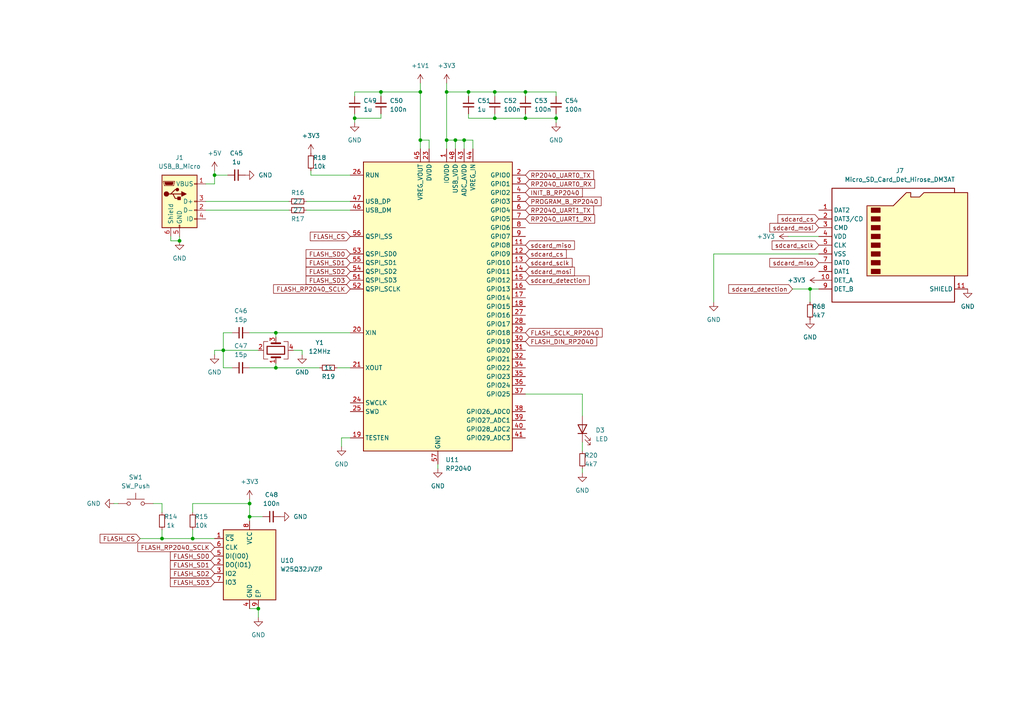
<source format=kicad_sch>
(kicad_sch (version 20231120) (generator "eeschema") (generator_version "8.0")
  (paper "A4")
  (lib_symbols
    (symbol "Connector:Micro_SD_Card_Det_Hirose_DM3AT"
      (property "Reference" "J" (at -16.51 17.78 0))
      (property "Value" "Micro_SD_Card_Det_Hirose_DM3AT" (at 16.51 17.78 0))
      (symbol "Micro_SD_Card_Det_Hirose_DM3AT_0_1"
        (rectangle (start -7.62 -6.985) (end -5.08 -8.255) (stroke (width 0.254)) (fill (type outline)))
        (rectangle (start -7.62 -4.445) (end -5.08 -5.715) (stroke (width 0.254)) (fill (type outline)))
        (rectangle (start -7.62 -1.905) (end -5.08 -3.175) (stroke (width 0.254)) (fill (type outline)))
        (rectangle (start -7.62 0.635) (end -5.08 -0.635) (stroke (width 0.254)) (fill (type outline)))
        (rectangle (start -7.62 3.175) (end -5.08 1.905) (stroke (width 0.254)) (fill (type outline)))
        (rectangle (start -7.62 5.715) (end -5.08 4.445) (stroke (width 0.254)) (fill (type outline)))
        (rectangle (start -7.62 8.255) (end -5.08 6.985) (stroke (width 0.254)) (fill (type outline)))
        (rectangle (start -7.62 10.795) (end -5.08 9.525) (stroke (width 0.254)) (fill (type outline)))
        (polyline (pts (xy 16.51 15.24) (xy 16.51 16.51) (xy -19.05 16.51) (xy -19.05 -16.51) (xy 16.51 -16.51) (xy 16.51 -8.89)) (stroke (width 0.254)))
        (polyline (pts (xy -8.89 -8.89) (xy -8.89 11.43) (xy -1.27 11.43) (xy 2.54 15.24) (xy 3.81 15.24) (xy 3.81 13.97) (xy 6.35 13.97) (xy 7.62 15.24) (xy 20.32 15.24) (xy 20.32 -8.89) (xy -8.89 -8.89)) (stroke (width 0.254)) (fill (type background)))
      )
      (symbol "Micro_SD_Card_Det_Hirose_DM3AT_1_1"
        (pin bidirectional line (at -22.86 10.16 0) (length 3.81) (name "DAT2") (number "1"))
        (pin passive line (at -22.86 -10.16 0) (length 3.81) (name "DET_A") (number "10"))
        (pin passive line (at 20.32 -12.7 180) (length 3.81) (name "SHIELD") (number "11"))
        (pin bidirectional line (at -22.86 7.62 0) (length 3.81) (name "DAT3/CD") (number "2"))
        (pin input line (at -22.86 5.08 0) (length 3.81) (name "CMD") (number "3"))
        (pin power_in line (at -22.86 2.54 0) (length 3.81) (name "VDD") (number "4"))
        (pin input line (at -22.86 0 0) (length 3.81) (name "CLK") (number "5"))
        (pin power_in line (at -22.86 -2.54 0) (length 3.81) (name "VSS") (number "6"))
        (pin bidirectional line (at -22.86 -5.08 0) (length 3.81) (name "DAT0") (number "7"))
        (pin bidirectional line (at -22.86 -7.62 0) (length 3.81) (name "DAT1") (number "8"))
        (pin passive line (at -22.86 -12.7 0) (length 3.81) (name "DET_B") (number "9"))
      )
    )
    (symbol "Connector:USB_B_Micro" (pin_names (offset 1.016))
      (property "Reference" "J" (at -5.08 11.43 0))
      (property "Value" "USB_B_Micro" (at -5.08 8.89 0))
      (symbol "USB_B_Micro_0_1"
        (rectangle (start -5.08 -7.62) (end 5.08 7.62) (stroke (width 0.254)) (fill (type background)))
        (circle (center -3.81 2.159) (radius 0.635) (stroke (width 0.254)) (fill (type outline)))
        (circle (center -0.635 3.429) (radius 0.381) (stroke (width 0.254)) (fill (type outline)))
        (rectangle (start -0.127 -7.62) (end 0.127 -6.858))
        (polyline (pts (xy -1.905 2.159) (xy 0.635 2.159)) (stroke (width 0.254)))
        (polyline (pts (xy -3.175 2.159) (xy -2.54 2.159) (xy -1.27 3.429) (xy -0.635 3.429)) (stroke (width 0.254)))
        (polyline (pts (xy -2.54 2.159) (xy -1.905 2.159) (xy -1.27 0.889) (xy 0 0.889)) (stroke (width 0.254)))
        (polyline (pts (xy 0.635 2.794) (xy 0.635 1.524) (xy 1.905 2.159) (xy 0.635 2.794)) (stroke (width 0.254)) (fill (type outline)))
        (polyline (pts (xy -4.318 5.588) (xy -1.778 5.588) (xy -2.032 4.826) (xy -4.064 4.826) (xy -4.318 5.588)) (fill (type outline)))
        (polyline (pts (xy -4.699 5.842) (xy -4.699 5.588) (xy -4.445 4.826) (xy -4.445 4.572) (xy -1.651 4.572) (xy -1.651 4.826) (xy -1.397 5.588) (xy -1.397 5.842) (xy -4.699 5.842)))
        (rectangle (start 0.254 1.27) (end -0.508 0.508) (stroke (width 0.254)) (fill (type outline)))
        (rectangle (start 5.08 -5.207) (end 4.318 -4.953))
        (rectangle (start 5.08 -2.667) (end 4.318 -2.413))
        (rectangle (start 5.08 -0.127) (end 4.318 0.127))
        (rectangle (start 5.08 4.953) (end 4.318 5.207))
      )
      (symbol "USB_B_Micro_1_1"
        (pin power_out line (at 7.62 5.08 180) (length 2.54) (name "VBUS") (number "1"))
        (pin bidirectional line (at 7.62 -2.54 180) (length 2.54) (name "D-") (number "2"))
        (pin bidirectional line (at 7.62 0 180) (length 2.54) (name "D+") (number "3"))
        (pin passive line (at 7.62 -5.08 180) (length 2.54) (name "ID") (number "4"))
        (pin power_out line (at 0 -10.16 90) (length 2.54) (name "GND") (number "5"))
        (pin passive line (at -2.54 -10.16 90) (length 2.54) (name "Shield") (number "6"))
      )
    )
    (symbol "Device:C_Small" (pin_numbers hide) (pin_names (offset 0.254) hide)
      (property "Reference" "C" (at 0.254 1.778 0))
      (property "Value" "C_Small" (at 0.254 -2.032 0))
      (symbol "C_Small_0_1"
        (polyline (pts (xy -1.524 -0.508) (xy 1.524 -0.508)) (stroke (width 0.3302)))
        (polyline (pts (xy -1.524 0.508) (xy 1.524 0.508)) (stroke (width 0.3048)))
      )
      (symbol "C_Small_1_1"
        (pin passive line (at 0 2.54 270) (length 2.032) (name "~") (number "1"))
        (pin passive line (at 0 -2.54 90) (length 2.032) (name "~") (number "2"))
      )
    )
    (symbol "Device:Crystal_GND24" (pin_names (offset 1.016) hide)
      (property "Reference" "Y" (at 3.175 5.08 0))
      (property "Value" "Crystal_GND24" (at 3.175 3.175 0))
      (symbol "Crystal_GND24_0_1"
        (rectangle (start -1.143 2.54) (end 1.143 -2.54) (stroke (width 0.3048)))
        (polyline (pts (xy -2.54 0) (xy -2.032 0)))
        (polyline (pts (xy -2.032 -1.27) (xy -2.032 1.27)) (stroke (width 0.508)))
        (polyline (pts (xy 0 -3.81) (xy 0 -3.556)))
        (polyline (pts (xy 0 3.556) (xy 0 3.81)))
        (polyline (pts (xy 2.032 -1.27) (xy 2.032 1.27)) (stroke (width 0.508)))
        (polyline (pts (xy 2.032 0) (xy 2.54 0)))
        (polyline (pts (xy -2.54 -2.286) (xy -2.54 -3.556) (xy 2.54 -3.556) (xy 2.54 -2.286)))
        (polyline (pts (xy -2.54 2.286) (xy -2.54 3.556) (xy 2.54 3.556) (xy 2.54 2.286)))
      )
      (symbol "Crystal_GND24_1_1"
        (pin passive line (at -3.81 0 0) (length 1.27) (name "1") (number "1"))
        (pin passive line (at 0 5.08 270) (length 1.27) (name "2") (number "2"))
        (pin passive line (at 3.81 0 180) (length 1.27) (name "3") (number "3"))
        (pin passive line (at 0 -5.08 90) (length 1.27) (name "4") (number "4"))
      )
    )
    (symbol "Device:LED" (pin_numbers hide) (pin_names (offset 1.016) hide)
      (property "Reference" "D" (at 0 2.54 0))
      (property "Value" "LED" (at 0 -2.54 0))
      (symbol "LED_0_1"
        (polyline (pts (xy -1.27 -1.27) (xy -1.27 1.27)) (stroke (width 0.254)))
        (polyline (pts (xy -1.27 0) (xy 1.27 0)))
        (polyline (pts (xy 1.27 -1.27) (xy 1.27 1.27) (xy -1.27 0) (xy 1.27 -1.27)) (stroke (width 0.254)))
        (polyline (pts (xy -3.048 -0.762) (xy -4.572 -2.286) (xy -3.81 -2.286) (xy -4.572 -2.286) (xy -4.572 -1.524)))
        (polyline (pts (xy -1.778 -0.762) (xy -3.302 -2.286) (xy -2.54 -2.286) (xy -3.302 -2.286) (xy -3.302 -1.524)))
      )
      (symbol "LED_1_1"
        (pin passive line (at -3.81 0 0) (length 2.54) (name "K") (number "1"))
        (pin passive line (at 3.81 0 180) (length 2.54) (name "A") (number "2"))
      )
    )
    (symbol "Device:R_Small" (pin_numbers hide) (pin_names (offset 0.254) hide)
      (property "Reference" "R" (at 0.762 0.508 0))
      (property "Value" "R_Small" (at 0.762 -1.016 0))
      (symbol "R_Small_0_1"
        (rectangle (start -0.762 1.778) (end 0.762 -1.778) (stroke (width 0.2032)))
      )
      (symbol "R_Small_1_1"
        (pin passive line (at 0 2.54 270) (length 0.762) (name "~") (number "1"))
        (pin passive line (at 0 -2.54 90) (length 0.762) (name "~") (number "2"))
      )
    )
    (symbol "MCU_RaspberryPi:RP2040"
      (property "Reference" "U" (at 17.78 45.72 0))
      (property "Value" "RP2040" (at 17.78 43.18 0))
      (symbol "RP2040_0_1"
        (rectangle (start -21.59 41.91) (end 21.59 -41.91) (stroke (width 0.254)) (fill (type background)))
      )
      (symbol "RP2040_1_1"
        (pin power_in line (at 2.54 45.72 270) (length 3.81) (name "IOVDD") (number "1"))
        (pin passive line (at 2.54 45.72 270) (length 3.81) hide (name "IOVDD") (number "10"))
        (pin bidirectional line (at 25.4 17.78 180) (length 3.81) (name "GPIO8") (number "11"))
        (pin bidirectional line (at 25.4 15.24 180) (length 3.81) (name "GPIO9") (number "12"))
        (pin bidirectional line (at 25.4 12.7 180) (length 3.81) (name "GPIO10") (number "13"))
        (pin bidirectional line (at 25.4 10.16 180) (length 3.81) (name "GPIO11") (number "14"))
        (pin bidirectional line (at 25.4 7.62 180) (length 3.81) (name "GPIO12") (number "15"))
        (pin bidirectional line (at 25.4 5.08 180) (length 3.81) (name "GPIO13") (number "16"))
        (pin bidirectional line (at 25.4 2.54 180) (length 3.81) (name "GPIO14") (number "17"))
        (pin bidirectional line (at 25.4 0 180) (length 3.81) (name "GPIO15") (number "18"))
        (pin input line (at -25.4 -38.1 0) (length 3.81) (name "TESTEN") (number "19"))
        (pin bidirectional line (at 25.4 38.1 180) (length 3.81) (name "GPIO0") (number "2"))
        (pin input line (at -25.4 -7.62 0) (length 3.81) (name "XIN") (number "20"))
        (pin passive line (at -25.4 -17.78 0) (length 3.81) (name "XOUT") (number "21"))
        (pin passive line (at 2.54 45.72 270) (length 3.81) hide (name "IOVDD") (number "22"))
        (pin power_in line (at -2.54 45.72 270) (length 3.81) (name "DVDD") (number "23"))
        (pin input line (at -25.4 -27.94 0) (length 3.81) (name "SWCLK") (number "24"))
        (pin bidirectional line (at -25.4 -30.48 0) (length 3.81) (name "SWD") (number "25"))
        (pin input line (at -25.4 38.1 0) (length 3.81) (name "RUN") (number "26"))
        (pin bidirectional line (at 25.4 -2.54 180) (length 3.81) (name "GPIO16") (number "27"))
        (pin bidirectional line (at 25.4 -5.08 180) (length 3.81) (name "GPIO17") (number "28"))
        (pin bidirectional line (at 25.4 -7.62 180) (length 3.81) (name "GPIO18") (number "29"))
        (pin bidirectional line (at 25.4 35.56 180) (length 3.81) (name "GPIO1") (number "3"))
        (pin bidirectional line (at 25.4 -10.16 180) (length 3.81) (name "GPIO19") (number "30"))
        (pin bidirectional line (at 25.4 -12.7 180) (length 3.81) (name "GPIO20") (number "31"))
        (pin bidirectional line (at 25.4 -15.24 180) (length 3.81) (name "GPIO21") (number "32"))
        (pin passive line (at 2.54 45.72 270) (length 3.81) hide (name "IOVDD") (number "33"))
        (pin bidirectional line (at 25.4 -17.78 180) (length 3.81) (name "GPIO22") (number "34"))
        (pin bidirectional line (at 25.4 -20.32 180) (length 3.81) (name "GPIO23") (number "35"))
        (pin bidirectional line (at 25.4 -22.86 180) (length 3.81) (name "GPIO24") (number "36"))
        (pin bidirectional line (at 25.4 -25.4 180) (length 3.81) (name "GPIO25") (number "37"))
        (pin bidirectional line (at 25.4 -30.48 180) (length 3.81) (name "GPIO26_ADC0") (number "38"))
        (pin bidirectional line (at 25.4 -33.02 180) (length 3.81) (name "GPIO27_ADC1") (number "39"))
        (pin bidirectional line (at 25.4 33.02 180) (length 3.81) (name "GPIO2") (number "4"))
        (pin bidirectional line (at 25.4 -35.56 180) (length 3.81) (name "GPIO28_ADC2") (number "40"))
        (pin bidirectional line (at 25.4 -38.1 180) (length 3.81) (name "GPIO29_ADC3") (number "41"))
        (pin passive line (at 2.54 45.72 270) (length 3.81) hide (name "IOVDD") (number "42"))
        (pin power_in line (at 7.62 45.72 270) (length 3.81) (name "ADC_AVDD") (number "43"))
        (pin power_in line (at 10.16 45.72 270) (length 3.81) (name "VREG_IN") (number "44"))
        (pin power_out line (at -5.08 45.72 270) (length 3.81) (name "VREG_VOUT") (number "45"))
        (pin bidirectional line (at -25.4 27.94 0) (length 3.81) (name "USB_DM") (number "46"))
        (pin bidirectional line (at -25.4 30.48 0) (length 3.81) (name "USB_DP") (number "47"))
        (pin power_in line (at 5.08 45.72 270) (length 3.81) (name "USB_VDD") (number "48"))
        (pin passive line (at 2.54 45.72 270) (length 3.81) hide (name "IOVDD") (number "49"))
        (pin bidirectional line (at 25.4 30.48 180) (length 3.81) (name "GPIO3") (number "5"))
        (pin passive line (at -2.54 45.72 270) (length 3.81) hide (name "DVDD") (number "50"))
        (pin bidirectional line (at -25.4 7.62 0) (length 3.81) (name "QSPI_SD3") (number "51"))
        (pin output line (at -25.4 5.08 0) (length 3.81) (name "QSPI_SCLK") (number "52"))
        (pin bidirectional line (at -25.4 15.24 0) (length 3.81) (name "QSPI_SD0") (number "53"))
        (pin bidirectional line (at -25.4 10.16 0) (length 3.81) (name "QSPI_SD2") (number "54"))
        (pin bidirectional line (at -25.4 12.7 0) (length 3.81) (name "QSPI_SD1") (number "55"))
        (pin bidirectional line (at -25.4 20.32 0) (length 3.81) (name "QSPI_SS") (number "56"))
        (pin power_in line (at 0 -45.72 90) (length 3.81) (name "GND") (number "57"))
        (pin bidirectional line (at 25.4 27.94 180) (length 3.81) (name "GPIO4") (number "6"))
        (pin bidirectional line (at 25.4 25.4 180) (length 3.81) (name "GPIO5") (number "7"))
        (pin bidirectional line (at 25.4 22.86 180) (length 3.81) (name "GPIO6") (number "8"))
        (pin bidirectional line (at 25.4 20.32 180) (length 3.81) (name "GPIO7") (number "9"))
      )
    )
    (symbol "Memory_Flash:W25Q32JVZP"
      (property "Reference" "U" (at -6.35 11.43 0))
      (property "Value" "W25Q32JVZP" (at 7.62 11.43 0))
      (symbol "W25Q32JVZP_0_1"
        (rectangle (start -7.62 10.16) (end 7.62 -10.16) (stroke (width 0.254)) (fill (type background)))
      )
      (symbol "W25Q32JVZP_1_1"
        (pin input line (at -10.16 7.62 0) (length 2.54) (name "~{CS}") (number "1"))
        (pin bidirectional line (at -10.16 0 0) (length 2.54) (name "DO(IO1)") (number "2"))
        (pin bidirectional line (at -10.16 -2.54 0) (length 2.54) (name "IO2") (number "3"))
        (pin power_in line (at 0 -12.7 90) (length 2.54) (name "GND") (number "4"))
        (pin bidirectional line (at -10.16 2.54 0) (length 2.54) (name "DI(IO0)") (number "5"))
        (pin input line (at -10.16 5.08 0) (length 2.54) (name "CLK") (number "6"))
        (pin bidirectional line (at -10.16 -5.08 0) (length 2.54) (name "IO3") (number "7"))
        (pin power_in line (at 0 12.7 270) (length 2.54) (name "VCC") (number "8"))
        (pin passive line (at 2.54 -12.7 90) (length 2.54) (name "EP") (number "9"))
      )
    )
    (symbol "Switch:SW_Push" (pin_numbers hide) (pin_names (offset 1.016) hide)
      (property "Reference" "SW" (at 1.27 2.54 0))
      (property "Value" "SW_Push" (at 0 -1.524 0))
      (symbol "SW_Push_0_1"
        (circle (center -2.032 0) (radius 0.508))
        (polyline (pts (xy 0 1.27) (xy 0 3.048)))
        (polyline (pts (xy 2.54 1.27) (xy -2.54 1.27)))
        (circle (center 2.032 0) (radius 0.508))
        (pin passive line (at -5.08 0 0) (length 2.54) (name "1") (number "1"))
        (pin passive line (at 5.08 0 180) (length 2.54) (name "2") (number "2"))
      )
    )
    (symbol "power:+1V1" (power) (pin_names (offset 0))
      (property "Value" "+1V1" (at 0 3.556 0))
      (symbol "+1V1_0_1"
        (polyline (pts (xy -0.762 1.27) (xy 0 2.54)))
        (polyline (pts (xy 0 0) (xy 0 2.54)))
        (polyline (pts (xy 0 2.54) (xy 0.762 1.27)))
      )
      (symbol "+1V1_1_1"
        (pin power_in line (at 0 0 90) (length 0) hide (name "+1V1") (number "1"))
      )
    )
    (symbol "power:+3V3" (power) (pin_names (offset 0))
      (property "Value" "+3V3" (at 0 3.556 0))
      (symbol "+3V3_0_1"
        (polyline (pts (xy -0.762 1.27) (xy 0 2.54)))
        (polyline (pts (xy 0 0) (xy 0 2.54)))
        (polyline (pts (xy 0 2.54) (xy 0.762 1.27)))
      )
      (symbol "+3V3_1_1"
        (pin power_in line (at 0 0 90) (length 0) hide (name "+3V3") (number "1"))
      )
    )
    (symbol "power:+5V" (power) (pin_names (offset 0))
      (property "Value" "+5V" (at 0 3.556 0))
      (symbol "+5V_0_1"
        (polyline (pts (xy -0.762 1.27) (xy 0 2.54)))
        (polyline (pts (xy 0 0) (xy 0 2.54)))
        (polyline (pts (xy 0 2.54) (xy 0.762 1.27)))
      )
      (symbol "+5V_1_1"
        (pin power_in line (at 0 0 90) (length 0) hide (name "+5V") (number "1"))
      )
    )
    (symbol "power:GND" (power) (pin_names (offset 0))
      (property "Value" "GND" (at 0 -3.81 0))
      (symbol "GND_0_1"
        (polyline (pts (xy 0 0) (xy 0 -1.27) (xy 1.27 -1.27) (xy 0 -2.54) (xy -1.27 -1.27) (xy 0 -1.27)))
      )
      (symbol "GND_1_1"
        (pin power_in line (at 0 0 270) (length 0) hide (name "GND") (number "1"))
      )
    )
  )
  (junction (at 135.89 26.67))
  (junction (at 102.87 34.29))
  (junction (at 152.4 34.29))
  (junction (at 129.54 40.64))
  (junction (at 64.77 101.6))
  (junction (at 55.88 156.21))
  (junction (at 129.54 26.67))
  (junction (at 121.92 40.64))
  (junction (at 132.08 40.64))
  (junction (at 72.39 146.05))
  (junction (at 234.95 83.82))
  (junction (at 143.51 34.29))
  (junction (at 161.29 34.29))
  (junction (at 143.51 26.67))
  (junction (at 46.99 156.21))
  (junction (at 52.07 69.85))
  (junction (at 121.92 26.67))
  (junction (at 62.23 50.8))
  (junction (at 74.93 176.53))
  (junction (at 72.39 149.86))
  (junction (at 134.62 40.64))
  (junction (at 110.49 26.67))
  (junction (at 80.01 106.68))
  (junction (at 152.4 26.67))
  (junction (at 80.01 96.52))
  (wire (pts (xy 129.54 26.67) (xy 129.54 40.64)))
  (wire (pts (xy 168.91 128.27) (xy 168.91 130.81)))
  (wire (pts (xy 72.39 106.68) (xy 80.01 106.68)))
  (wire (pts (xy 62.23 50.8) (xy 62.23 53.34)))
  (wire (pts (xy 59.69 60.96) (xy 83.82 60.96)))
  (wire (pts (xy 152.4 114.3) (xy 168.91 114.3)))
  (wire (pts (xy 49.53 69.85) (xy 52.07 69.85)))
  (wire (pts (xy 237.49 83.82) (xy 234.95 83.82)))
  (wire (pts (xy 207.01 73.66) (xy 237.49 73.66)))
  (wire (pts (xy 80.01 97.79) (xy 80.01 96.52)))
  (wire (pts (xy 55.88 153.67) (xy 55.88 156.21)))
  (wire (pts (xy 59.69 53.34) (xy 62.23 53.34)))
  (wire (pts (xy 88.9 58.42) (xy 101.6 58.42)))
  (wire (pts (xy 161.29 34.29) (xy 161.29 35.56)))
  (wire (pts (xy 99.06 129.54) (xy 99.06 127)))
  (wire (pts (xy 72.39 176.53) (xy 74.93 176.53)))
  (wire (pts (xy 143.51 26.67) (xy 143.51 27.94)))
  (wire (pts (xy 33.02 146.05) (xy 34.29 146.05)))
  (wire (pts (xy 55.88 146.05) (xy 72.39 146.05)))
  (wire (pts (xy 55.88 148.59) (xy 55.88 146.05)))
  (wire (pts (xy 134.62 40.64) (xy 137.16 40.64)))
  (wire (pts (xy 132.08 43.18) (xy 132.08 40.64)))
  (wire (pts (xy 228.6 68.58) (xy 237.49 68.58)))
  (wire (pts (xy 129.54 24.13) (xy 129.54 26.67)))
  (wire (pts (xy 59.69 58.42) (xy 83.82 58.42)))
  (wire (pts (xy 129.54 26.67) (xy 135.89 26.67)))
  (wire (pts (xy 72.39 149.86) (xy 76.2 149.86)))
  (wire (pts (xy 46.99 156.21) (xy 55.88 156.21)))
  (wire (pts (xy 72.39 146.05) (xy 72.39 149.86)))
  (wire (pts (xy 152.4 34.29) (xy 161.29 34.29)))
  (wire (pts (xy 132.08 40.64) (xy 134.62 40.64)))
  (wire (pts (xy 135.89 34.29) (xy 143.51 34.29)))
  (wire (pts (xy 90.17 50.8) (xy 101.6 50.8)))
  (wire (pts (xy 80.01 106.68) (xy 80.01 105.41)))
  (wire (pts (xy 62.23 102.87) (xy 62.23 101.6)))
  (wire (pts (xy 102.87 34.29) (xy 110.49 34.29)))
  (wire (pts (xy 88.9 60.96) (xy 101.6 60.96)))
  (wire (pts (xy 135.89 26.67) (xy 143.51 26.67)))
  (wire (pts (xy 124.46 43.18) (xy 124.46 40.64)))
  (wire (pts (xy 121.92 24.13) (xy 121.92 26.67)))
  (wire (pts (xy 124.46 40.64) (xy 121.92 40.64)))
  (wire (pts (xy 127 134.62) (xy 127 135.89)))
  (wire (pts (xy 152.4 26.67) (xy 161.29 26.67)))
  (wire (pts (xy 102.87 27.94) (xy 102.87 26.67)))
  (wire (pts (xy 137.16 43.18) (xy 137.16 40.64)))
  (wire (pts (xy 135.89 27.94) (xy 135.89 26.67)))
  (wire (pts (xy 80.01 96.52) (xy 72.39 96.52)))
  (wire (pts (xy 161.29 27.94) (xy 161.29 26.67)))
  (wire (pts (xy 134.62 43.18) (xy 134.62 40.64)))
  (wire (pts (xy 99.06 127) (xy 101.6 127)))
  (wire (pts (xy 80.01 96.52) (xy 101.6 96.52)))
  (wire (pts (xy 90.17 49.53) (xy 90.17 50.8)))
  (wire (pts (xy 161.29 33.02) (xy 161.29 34.29)))
  (wire (pts (xy 229.87 83.82) (xy 234.95 83.82)))
  (wire (pts (xy 168.91 114.3) (xy 168.91 120.65)))
  (wire (pts (xy 49.53 68.58) (xy 49.53 69.85)))
  (wire (pts (xy 143.51 26.67) (xy 152.4 26.67)))
  (wire (pts (xy 52.07 68.58) (xy 52.07 69.85)))
  (wire (pts (xy 102.87 26.67) (xy 110.49 26.67)))
  (wire (pts (xy 152.4 33.02) (xy 152.4 34.29)))
  (wire (pts (xy 234.95 83.82) (xy 234.95 87.63)))
  (wire (pts (xy 168.91 135.89) (xy 168.91 137.16)))
  (wire (pts (xy 85.09 101.6) (xy 87.63 101.6)))
  (wire (pts (xy 62.23 101.6) (xy 64.77 101.6)))
  (wire (pts (xy 152.4 26.67) (xy 152.4 27.94)))
  (wire (pts (xy 121.92 26.67) (xy 121.92 40.64)))
  (wire (pts (xy 129.54 40.64) (xy 132.08 40.64)))
  (wire (pts (xy 62.23 49.53) (xy 62.23 50.8)))
  (wire (pts (xy 74.93 101.6) (xy 64.77 101.6)))
  (wire (pts (xy 102.87 34.29) (xy 102.87 35.56)))
  (wire (pts (xy 110.49 26.67) (xy 121.92 26.67)))
  (wire (pts (xy 121.92 40.64) (xy 121.92 43.18)))
  (wire (pts (xy 143.51 34.29) (xy 152.4 34.29)))
  (wire (pts (xy 135.89 33.02) (xy 135.89 34.29)))
  (wire (pts (xy 44.45 146.05) (xy 46.99 146.05)))
  (wire (pts (xy 46.99 153.67) (xy 46.99 156.21)))
  (wire (pts (xy 46.99 148.59) (xy 46.99 146.05)))
  (wire (pts (xy 62.23 50.8) (xy 66.04 50.8)))
  (wire (pts (xy 97.79 106.68) (xy 101.6 106.68)))
  (wire (pts (xy 80.01 106.68) (xy 92.71 106.68)))
  (wire (pts (xy 67.31 106.68) (xy 64.77 106.68)))
  (wire (pts (xy 40.64 156.21) (xy 46.99 156.21)))
  (wire (pts (xy 74.93 176.53) (xy 74.93 179.07)))
  (wire (pts (xy 87.63 102.87) (xy 87.63 101.6)))
  (wire (pts (xy 55.88 156.21) (xy 62.23 156.21)))
  (wire (pts (xy 72.39 144.78) (xy 72.39 146.05)))
  (wire (pts (xy 110.49 26.67) (xy 110.49 27.94)))
  (wire (pts (xy 207.01 73.66) (xy 207.01 87.63)))
  (wire (pts (xy 143.51 33.02) (xy 143.51 34.29)))
  (wire (pts (xy 64.77 96.52) (xy 67.31 96.52)))
  (wire (pts (xy 72.39 149.86) (xy 72.39 151.13)))
  (wire (pts (xy 102.87 33.02) (xy 102.87 34.29)))
  (wire (pts (xy 64.77 106.68) (xy 64.77 101.6)))
  (wire (pts (xy 129.54 40.64) (xy 129.54 43.18)))
  (wire (pts (xy 64.77 101.6) (xy 64.77 96.52)))
  (wire (pts (xy 110.49 33.02) (xy 110.49 34.29)))
  (global_label "FLASH_CS" (shape input) (at 101.6 68.58 180) (property "Intersheetrefs" "${INTERSHEET_REFS}" (effects (hide yes))))
  (global_label "FLASH_SD1" (shape input) (at 101.6 76.2 180) (property "Intersheetrefs" "${INTERSHEET_REFS}" (effects (hide yes))))
  (global_label "FLASH_SD3" (shape input) (at 101.6 81.28 180) (property "Intersheetrefs" "${INTERSHEET_REFS}" (effects (hide yes))))
  (global_label "sdcard_sclk" (shape input) (at 237.49 71.12 180) (property "Intersheetrefs" "${INTERSHEET_REFS}" (effects (hide yes))))
  (global_label "sdcard_miso" (shape input) (at 152.4 71.12 0) (property "Intersheetrefs" "${INTERSHEET_REFS}" (effects (hide yes))))
  (global_label "FLASH_RP2040_SCLK" (shape input) (at 101.6 83.82 180) (property "Intersheetrefs" "${INTERSHEET_REFS}" (effects (hide yes))))
  (global_label "RP2040_UART0_RX" (shape input) (at 152.4 53.34 0) (property "Intersheetrefs" "${INTERSHEET_REFS}" (effects (hide yes))))
  (global_label "FLASH_SD2" (shape input) (at 101.6 78.74 180) (property "Intersheetrefs" "${INTERSHEET_REFS}" (effects (hide yes))))
  (global_label "sdcard_detection" (shape input) (at 152.4 81.28 0) (property "Intersheetrefs" "${INTERSHEET_REFS}" (effects (hide yes))))
  (global_label "FLASH_SD0" (shape input) (at 62.23 161.29 180) (property "Intersheetrefs" "${INTERSHEET_REFS}" (effects (hide yes))))
  (global_label "PROGRAM_B_RP2040" (shape input) (at 152.4 58.42 0) (property "Intersheetrefs" "${INTERSHEET_REFS}" (effects (hide yes))))
  (global_label "sdcard_sclk" (shape input) (at 152.4 76.2 0) (property "Intersheetrefs" "${INTERSHEET_REFS}" (effects (hide yes))))
  (global_label "sdcard_cs" (shape input) (at 152.4 73.66 0) (property "Intersheetrefs" "${INTERSHEET_REFS}" (effects (hide yes))))
  (global_label "FLASH_RP2040_SCLK" (shape input) (at 62.23 158.75 180) (property "Intersheetrefs" "${INTERSHEET_REFS}" (effects (hide yes))))
  (global_label "RP2040_UART0_TX" (shape input) (at 152.4 50.8 0) (property "Intersheetrefs" "${INTERSHEET_REFS}" (effects (hide yes))))
  (global_label "FLASH_SCLK_RP2040" (shape input) (at 152.4 96.52 0) (property "Intersheetrefs" "${INTERSHEET_REFS}" (effects (hide yes))))
  (global_label "FLASH_SD2" (shape input) (at 62.23 166.37 180) (property "Intersheetrefs" "${INTERSHEET_REFS}" (effects (hide yes))))
  (global_label "FLASH_CS" (shape input) (at 40.64 156.21 180) (property "Intersheetrefs" "${INTERSHEET_REFS}" (effects (hide yes))))
  (global_label "FLASH_DIN_RP2040" (shape input) (at 152.4 99.06 0) (property "Intersheetrefs" "${INTERSHEET_REFS}" (effects (hide yes))))
  (global_label "sdcard_mosi" (shape input) (at 237.49 66.04 180) (property "Intersheetrefs" "${INTERSHEET_REFS}" (effects (hide yes))))
  (global_label "sdcard_mosi" (shape input) (at 152.4 78.74 0) (property "Intersheetrefs" "${INTERSHEET_REFS}" (effects (hide yes))))
  (global_label "RP2040_UART1_TX" (shape input) (at 152.4 60.96 0) (property "Intersheetrefs" "${INTERSHEET_REFS}" (effects (hide yes))))
  (global_label "sdcard_cs" (shape input) (at 237.49 63.5 180) (property "Intersheetrefs" "${INTERSHEET_REFS}" (effects (hide yes))))
  (global_label "FLASH_SD1" (shape input) (at 62.23 163.83 180) (property "Intersheetrefs" "${INTERSHEET_REFS}" (effects (hide yes))))
  (global_label "sdcard_miso" (shape input) (at 237.49 76.2 180) (property "Intersheetrefs" "${INTERSHEET_REFS}" (effects (hide yes))))
  (global_label "FLASH_SD0" (shape input) (at 101.6 73.66 180) (property "Intersheetrefs" "${INTERSHEET_REFS}" (effects (hide yes))))
  (global_label "sdcard_detection" (shape input) (at 229.87 83.82 180) (property "Intersheetrefs" "${INTERSHEET_REFS}" (effects (hide yes))))
  (global_label "RP2040_UART1_RX" (shape input) (at 152.4 63.5 0) (property "Intersheetrefs" "${INTERSHEET_REFS}" (effects (hide yes))))
  (global_label "INIT_B_RP2040" (shape input) (at 152.4 55.88 0) (property "Intersheetrefs" "${INTERSHEET_REFS}" (effects (hide yes))))
  (global_label "FLASH_SD3" (shape input) (at 62.23 168.91 180) (property "Intersheetrefs" "${INTERSHEET_REFS}" (effects (hide yes))))
  (symbol (lib_id "power:GND") (at 74.93 179.07 0) (unit 1)
    (property "Reference" "#PWR051" (effects (hide yes)))
    (property "Value" "GND" (at 74.93 184.15 0))
  )
  (symbol (lib_id "power:GND") (at 207.01 87.63 0) (unit 1)
    (property "Reference" "#PWR0118" (effects (hide yes)))
    (property "Value" "GND" (at 207.01 92.71 0))
  )
  (symbol (lib_id "power:+1V1") (at 121.92 24.13 0) (unit 1)
    (property "Reference" "#PWR057" (effects (hide yes)))
    (property "Value" "+1V1" (at 121.92 19.05 0))
  )
  (symbol (lib_id "Device:C_Small") (at 110.49 30.48 180) (unit 1)
    (property "Reference" "C50" (at 113.03 29.2036 0) (effects (justify right)))
    (property "Value" "100n" (at 113.03 31.7436 0) (effects (justify right)))
    (property "Footprint" "Capacitor_SMD:C_0603_1608Metric" (effects (hide yes)))
  )
  (symbol (lib_id "Device:R_Small") (at 90.17 46.99 180) (unit 1)
    (property "Reference" "R18" (at 92.71 45.72 0))
    (property "Value" "10k" (at 92.71 48.26 0))
    (property "Footprint" "Resistor_SMD:R_0603_1608Metric" (effects (hide yes)))
  )
  (symbol (lib_id "Device:C_Small") (at 161.29 30.48 180) (unit 1)
    (property "Reference" "C54" (at 163.83 29.2036 0) (effects (justify right)))
    (property "Value" "100n" (at 163.83 31.7436 0) (effects (justify right)))
    (property "Footprint" "Capacitor_SMD:C_0603_1608Metric" (effects (hide yes)))
  )
  (symbol (lib_id "power:GND") (at 168.91 137.16 0) (unit 1)
    (property "Reference" "#PWR061" (effects (hide yes)))
    (property "Value" "GND" (at 168.91 142.24 0))
  )
  (symbol (lib_id "power:+3V3") (at 129.54 24.13 0) (unit 1)
    (property "Reference" "#PWR059" (effects (hide yes)))
    (property "Value" "+3V3" (at 129.54 19.05 0))
  )
  (symbol (lib_id "Device:R_Small") (at 86.36 60.96 90) (unit 1)
    (property "Reference" "R17" (at 86.36 63.5 90))
    (property "Value" "27" (at 86.36 60.96 90))
    (property "Footprint" "Resistor_SMD:R_0603_1608Metric" (effects (hide yes)))
  )
  (symbol (lib_id "power:+3V3") (at 90.17 44.45 0) (unit 1)
    (property "Reference" "#PWR054" (effects (hide yes)))
    (property "Value" "+3V3" (at 90.17 39.37 0))
  )
  (symbol (lib_id "Device:C_Small") (at 69.85 96.52 90) (unit 1)
    (property "Reference" "C46" (at 69.8563 90.17 90))
    (property "Value" "15p" (at 69.8563 92.71 90))
    (property "Footprint" "Capacitor_SMD:C_0603_1608Metric" (effects (hide yes)))
  )
  (symbol (lib_id "Device:C_Small") (at 78.74 149.86 90) (unit 1)
    (property "Reference" "C48" (at 78.7463 143.51 90))
    (property "Value" "100n" (at 78.7463 146.05 90))
    (property "Footprint" "Capacitor_SMD:C_0603_1608Metric" (effects (hide yes)))
  )
  (symbol (lib_id "Device:Crystal_GND24") (at 80.01 101.6 90) (unit 1)
    (property "Reference" "Y1" (at 92.71 99.3841 90))
    (property "Value" "12MHz" (at 92.71 101.9241 90))
    (property "Footprint" "Crystal:Crystal_SMD_3225-4Pin_3.2x2.5mm" (effects (hide yes)))
    (property "JLCPCB Part #" "C524716" (effects (hide yes)))
  )
  (symbol (lib_id "power:+3V3") (at 72.39 144.78 0) (unit 1)
    (property "Reference" "#PWR050" (effects (hide yes)))
    (property "Value" "+3V3" (at 72.39 139.7 0))
  )
  (symbol (lib_id "Memory_Flash:W25Q32JVZP") (at 72.39 163.83 0) (unit 1)
    (property "Reference" "U10" (at 81.28 162.56 0) (effects (justify left)))
    (property "Value" "W25Q32JVZP" (at 81.28 165.1 0) (effects (justify left)))
    (property "Footprint" "Package_SON:WSON-8-1EP_6x5mm_P1.27mm_EP3.4x4.3mm" (effects (hide yes)))
    (property "Datasheet" "http://www.winbond.com/resource-files/w25q32jv%20revg%2003272018%20plus.pdf" (effects (hide yes)))
    (property "JLCPCB Part #" "C2940197" (effects (hide yes)))
  )
  (symbol (lib_id "MCU_RaspberryPi:RP2040") (at 127 88.9 0) (unit 1)
    (property "Reference" "U11" (at 129.1941 133.35 0) (effects (justify left)))
    (property "Value" "RP2040" (at 129.1941 135.89 0) (effects (justify left)))
    (property "Footprint" "Package_DFN_QFN:QFN-56-1EP_7x7mm_P0.4mm_EP3.2x3.2mm" (effects (hide yes)))
    (property "Datasheet" "https://datasheets.raspberrypi.com/rp2040/rp2040-datasheet.pdf" (effects (hide yes)))
  )
  (symbol (lib_id "power:GND") (at 280.67 83.82 0) (unit 1)
    (property "Reference" "#PWR0122" (effects (hide yes)))
    (property "Value" "GND" (at 280.67 88.9 0))
  )
  (symbol (lib_id "Device:R_Small") (at 95.25 106.68 90) (unit 1)
    (property "Reference" "R19" (at 95.25 109.22 90))
    (property "Value" "1k" (at 95.25 106.68 90))
    (property "Footprint" "Resistor_SMD:R_0603_1608Metric" (effects (hide yes)))
  )
  (symbol (lib_id "power:+3V3") (at 228.6 68.58 90) (unit 1)
    (property "Reference" "#PWR0119" (effects (hide yes)))
    (property "Value" "+3V3" (at 224.79 68.58 90) (effects (justify left)))
  )
  (symbol (lib_id "power:GND") (at 161.29 35.56 0) (unit 1)
    (property "Reference" "#PWR060" (effects (hide yes)))
    (property "Value" "GND" (at 161.29 40.64 0))
  )
  (symbol (lib_id "power:GND") (at 102.87 35.56 0) (unit 1)
    (property "Reference" "#PWR056" (effects (hide yes)))
    (property "Value" "GND" (at 102.87 40.64 0))
  )
  (symbol (lib_id "power:GND") (at 127 135.89 0) (unit 1)
    (property "Reference" "#PWR058" (effects (hide yes)))
    (property "Value" "GND" (at 127 140.97 0))
  )
  (symbol (lib_id "Device:C_Small") (at 102.87 30.48 180) (unit 1)
    (property "Reference" "C49" (at 105.41 29.2036 0) (effects (justify right)))
    (property "Value" "1u" (at 105.41 31.7436 0) (effects (justify right)))
    (property "Footprint" "Capacitor_SMD:C_0603_1608Metric" (effects (hide yes)))
  )
  (symbol (lib_id "Device:C_Small") (at 152.4 30.48 180) (unit 1)
    (property "Reference" "C53" (at 154.94 29.2036 0) (effects (justify right)))
    (property "Value" "100n" (at 154.94 31.7436 0) (effects (justify right)))
    (property "Footprint" "Capacitor_SMD:C_0603_1608Metric" (effects (hide yes)))
  )
  (symbol (lib_id "Device:C_Small") (at 135.89 30.48 180) (unit 1)
    (property "Reference" "C51" (at 138.43 29.2036 0) (effects (justify right)))
    (property "Value" "1u" (at 138.43 31.7436 0) (effects (justify right)))
    (property "Footprint" "Capacitor_SMD:C_0603_1608Metric" (effects (hide yes)))
  )
  (symbol (lib_id "power:+5V") (at 62.23 49.53 0) (unit 1)
    (property "Reference" "#PWR047" (effects (hide yes)))
    (property "Value" "+5V" (at 62.23 44.45 0))
  )
  (symbol (lib_id "Device:R_Small") (at 46.99 151.13 180) (unit 1)
    (property "Reference" "R14" (at 49.53 149.86 0))
    (property "Value" "1k" (at 49.53 152.4 0))
    (property "Footprint" "Resistor_SMD:R_0603_1608Metric" (effects (hide yes)))
  )
  (symbol (lib_id "Connector:Micro_SD_Card_Det_Hirose_DM3AT") (at 260.35 71.12 0) (unit 1)
    (property "Reference" "J7" (at 260.985 49.53 0))
    (property "Value" "Micro_SD_Card_Det_Hirose_DM3AT" (at 260.985 52.07 0))
    (property "Footprint" "Connector_Card:microSD_HC_Hirose_DM3AT-SF-PEJM5" (effects (hide yes)))
    (property "Datasheet" "https://www.hirose.com/product/en/download_file/key_name/DM3/category/Catalog/doc_file_id/49662/?file_category_id=4&item_id=195&is_series=1" (effects (hide yes)))
    (property "JLCPCB Part #" "C114218" (effects (hide yes)))
  )
  (symbol (lib_id "Device:R_Small") (at 86.36 58.42 90) (unit 1)
    (property "Reference" "R16" (at 86.36 55.88 90))
    (property "Value" "27" (at 86.36 58.42 90))
    (property "Footprint" "Resistor_SMD:R_0603_1608Metric" (effects (hide yes)))
  )
  (symbol (lib_id "power:GND") (at 62.23 102.87 0) (unit 1)
    (property "Reference" "#PWR048" (effects (hide yes)))
    (property "Value" "GND" (at 62.23 107.95 0))
  )
  (symbol (lib_id "power:GND") (at 71.12 50.8 90) (unit 1)
    (property "Reference" "#PWR049" (effects (hide yes)))
    (property "Value" "GND" (at 74.93 50.8 90) (effects (justify right)))
  )
  (symbol (lib_id "power:+3V3") (at 237.49 81.28 90) (unit 1)
    (property "Reference" "#PWR0121" (effects (hide yes)))
    (property "Value" "+3V3" (at 233.68 81.28 90) (effects (justify left)))
  )
  (symbol (lib_id "Connector:USB_B_Micro") (at 52.07 58.42 0) (unit 1)
    (property "Reference" "J1" (at 52.07 45.72 0))
    (property "Value" "USB_B_Micro" (at 52.07 48.26 0))
    (property "Footprint" "Connector_USB:USB_Micro-B_Amphenol_10118193-0001LF_Horizontal" (effects (hide yes)))
    (property "JLCPCB Part #" "C132562" (effects (hide yes)))
  )
  (symbol (lib_id "power:GND") (at 99.06 129.54 0) (unit 1)
    (property "Reference" "#PWR055" (effects (hide yes)))
    (property "Value" "GND" (at 99.06 134.62 0))
  )
  (symbol (lib_id "Device:R_Small") (at 234.95 90.17 180) (unit 1)
    (property "Reference" "R68" (at 237.49 88.9 0))
    (property "Value" "4k7" (at 237.49 91.44 0))
    (property "Footprint" "Resistor_SMD:R_0603_1608Metric" (effects (hide yes)))
  )
  (symbol (lib_id "Device:C_Small") (at 68.58 50.8 270) (unit 1)
    (property "Reference" "C45" (at 68.5736 44.45 90))
    (property "Value" "1u" (at 68.5736 46.99 90))
    (property "Footprint" "Capacitor_SMD:C_0603_1608Metric" (effects (hide yes)))
  )
  (symbol (lib_id "Device:LED") (at 168.91 124.46 90) (unit 1)
    (property "Reference" "D3" (at 172.72 124.7775 90) (effects (justify right)))
    (property "Value" "LED" (at 172.72 127.3175 90) (effects (justify right)))
    (property "Footprint" "LED_SMD:LED_0603_1608Metric" (effects (hide yes)))
  )
  (symbol (lib_id "Device:C_Small") (at 143.51 30.48 180) (unit 1)
    (property "Reference" "C52" (at 146.05 29.2036 0) (effects (justify right)))
    (property "Value" "100n" (at 146.05 31.7436 0) (effects (justify right)))
    (property "Footprint" "Capacitor_SMD:C_0603_1608Metric" (effects (hide yes)))
  )
  (symbol (lib_id "power:GND") (at 33.02 146.05 270) (unit 1)
    (property "Reference" "#PWR045" (effects (hide yes)))
    (property "Value" "GND" (at 29.21 146.05 90) (effects (justify right)))
  )
  (symbol (lib_id "Device:R_Small") (at 168.91 133.35 180) (unit 1)
    (property "Reference" "R20" (at 171.45 132.08 0))
    (property "Value" "4k7" (at 171.45 134.62 0))
    (property "Footprint" "Resistor_SMD:R_0603_1608Metric" (effects (hide yes)))
  )
  (symbol (lib_id "Switch:SW_Push") (at 39.37 146.05 0) (unit 1)
    (property "Reference" "SW1" (at 39.37 138.43 0))
    (property "Value" "SW_Push" (at 39.37 140.97 0))
    (property "Footprint" "Button_Switch_SMD:SW_Push_SPST_NO_Alps_SKRK" (effects (hide yes)))
    (property "JLCPCB Part #" "C115357" (effects (hide yes)))
  )
  (symbol (lib_id "Device:R_Small") (at 55.88 151.13 180) (unit 1)
    (property "Reference" "R15" (at 58.42 149.86 0))
    (property "Value" "10k" (at 58.42 152.4 0))
    (property "Footprint" "Resistor_SMD:R_0603_1608Metric" (effects (hide yes)))
  )
  (symbol (lib_id "power:GND") (at 52.07 69.85 0) (unit 1)
    (property "Reference" "#PWR046" (effects (hide yes)))
    (property "Value" "GND" (at 52.07 74.93 0))
  )
  (symbol (lib_id "Device:C_Small") (at 69.85 106.68 90) (unit 1)
    (property "Reference" "C47" (at 69.8563 100.33 90))
    (property "Value" "15p" (at 69.8563 102.87 90))
    (property "Footprint" "Capacitor_SMD:C_0603_1608Metric" (effects (hide yes)))
  )
  (symbol (lib_id "power:GND") (at 87.63 102.87 0) (unit 1)
    (property "Reference" "#PWR053" (effects (hide yes)))
    (property "Value" "GND" (at 87.63 107.95 0))
  )
  (symbol (lib_id "power:GND") (at 234.95 92.71 0) (unit 1)
    (property "Reference" "#PWR0120" (effects (hide yes)))
    (property "Value" "GND" (at 234.95 97.79 0))
  )
  (symbol (lib_id "power:GND") (at 81.28 149.86 90) (unit 1)
    (property "Reference" "#PWR052" (effects (hide yes)))
    (property "Value" "GND" (at 85.09 149.86 90) (effects (justify right)))
  )
)
</source>
